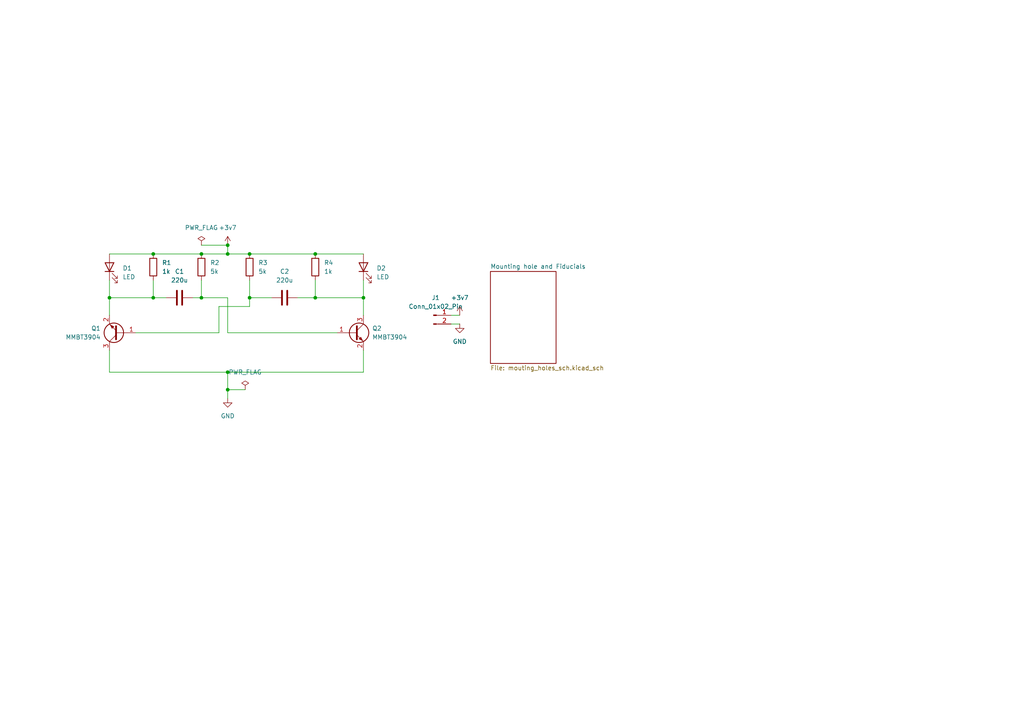
<source format=kicad_sch>
(kicad_sch (version 20250114) (generator "eeschema") (generator_version "9.0")
  (paper "A4")
  (title_block (title "Coursera PCB") (date "2025-05-24") (rev "v-1") (company "Md. Masum Biswas"))
  (lib_symbols
    (symbol "Connector:Conn_01x02_Pin" (pin_names (offset 1.016) (hide yes))
      (property "Reference" "J" (at 0 2.54 0))
      (property "Value" "Conn_01x02_Pin" (at 0 -5.08 0))
      (symbol "Conn_01x02_Pin_1_1"
        (rectangle (start 0.8636 0.127) (end 0 -0.127) (stroke (width 0.1524)) (fill (type outline)))
        (rectangle (start 0.8636 -2.413) (end 0 -2.667) (stroke (width 0.1524)) (fill (type outline)))
        (polyline (pts (xy 1.27 0) (xy 0.8636 0)) (stroke (width 0.1524)))
        (polyline (pts (xy 1.27 -2.54) (xy 0.8636 -2.54)) (stroke (width 0.1524)))
        (pin passive line (at 5.08 0 180) (length 3.81) (name "Pin_1") (number "1"))
        (pin passive line (at 5.08 -2.54 180) (length 3.81) (name "Pin_2") (number "2"))
      )
    )
    (symbol "Device:C" (pin_numbers (hide yes)) (pin_names (offset 0.254))
      (property "Reference" "C" (at 0.635 2.54 0))
      (property "Value" "C" (at 0.635 -2.54 0))
      (symbol "C_0_1"
        (polyline (pts (xy -2.032 0.762) (xy 2.032 0.762)) (stroke (width 0.508)))
        (polyline (pts (xy -2.032 -0.762) (xy 2.032 -0.762)) (stroke (width 0.508)))
      )
      (symbol "C_1_1"
        (pin passive line (at 0 3.81 270) (length 2.794) (name "~") (number "1"))
        (pin passive line (at 0 -3.81 90) (length 2.794) (name "~") (number "2"))
      )
    )
    (symbol "Device:LED" (pin_numbers (hide yes)) (pin_names (offset 1.016) (hide yes))
      (property "Reference" "D" (at 0 2.54 0))
      (property "Value" "LED" (at 0 -2.54 0))
      (symbol "LED_0_1"
        (polyline (pts (xy -3.048 -0.762) (xy -4.572 -2.286) (xy -3.81 -2.286) (xy -4.572 -2.286) (xy -4.572 -1.524)))
        (polyline (pts (xy -1.778 -0.762) (xy -3.302 -2.286) (xy -2.54 -2.286) (xy -3.302 -2.286) (xy -3.302 -1.524)))
        (polyline (pts (xy -1.27 0) (xy 1.27 0)))
        (polyline (pts (xy -1.27 -1.27) (xy -1.27 1.27)) (stroke (width 0.254)))
        (polyline (pts (xy 1.27 -1.27) (xy 1.27 1.27) (xy -1.27 0) (xy 1.27 -1.27)) (stroke (width 0.254)))
      )
      (symbol "LED_1_1"
        (pin passive line (at -3.81 0 0) (length 2.54) (name "K") (number "1"))
        (pin passive line (at 3.81 0 180) (length 2.54) (name "A") (number "2"))
      )
    )
    (symbol "Device:R" (pin_numbers (hide yes)) (pin_names (offset 0))
      (property "Reference" "R" (at 2.032 0 90))
      (property "Value" "R" (at 0 0 90))
      (symbol "R_0_1"
        (rectangle (start -1.016 -2.54) (end 1.016 2.54) (stroke (width 0.254)))
      )
      (symbol "R_1_1"
        (pin passive line (at 0 3.81 270) (length 1.27) (name "~") (number "1"))
        (pin passive line (at 0 -3.81 90) (length 1.27) (name "~") (number "2"))
      )
    )
    (symbol "Transistor_BJT:MMBT3904" (pin_names (offset 0) (hide yes))
      (property "Reference" "Q" (at 5.08 1.905 0))
      (property "Value" "MMBT3904" (at 5.08 0 0))
      (symbol "MMBT3904_0_1"
        (polyline (pts (xy -2.54 0) (xy 0.635 0)))
        (polyline (pts (xy 0.635 1.905) (xy 0.635 -1.905)) (stroke (width 0.508)))
        (circle (center 1.27 0) (radius 2.8194) (stroke (width 0.254)))
      )
      (symbol "MMBT3904_1_1"
        (polyline (pts (xy 0.635 0.635) (xy 2.54 2.54)))
        (polyline (pts (xy 0.635 -0.635) (xy 2.54 -2.54)))
        (polyline (pts (xy 1.27 -1.778) (xy 1.778 -1.27) (xy 2.286 -2.286) (xy 1.27 -1.778)) (fill (type outline)))
        (pin input line (at -5.08 0 0) (length 2.54) (name "B") (number "1"))
        (pin passive line (at 2.54 5.08 270) (length 2.54) (name "C") (number "3"))
        (pin passive line (at 2.54 -5.08 90) (length 2.54) (name "E") (number "2"))
      )
    )
    (symbol "power:+3.3V" (power) (pin_numbers (hide yes)) (pin_names (offset 0) (hide yes))
      (property "Value" "+3.3V" (at 0 3.556 0))
      (symbol "+3.3V_0_1"
        (polyline (pts (xy -0.762 1.27) (xy 0 2.54)))
        (polyline (pts (xy 0 2.54) (xy 0.762 1.27)))
        (polyline (pts (xy 0 0) (xy 0 2.54)))
      )
      (symbol "+3.3V_1_1"
        (pin power_in line (at 0 0 90) (length 0) (name "~") (number "1"))
      )
    )
    (symbol "power:GND" (power) (pin_numbers (hide yes)) (pin_names (offset 0) (hide yes))
      (property "Value" "GND" (at 0 -3.81 0))
      (symbol "GND_0_1"
        (polyline (pts (xy 0 0) (xy 0 -1.27) (xy 1.27 -1.27) (xy 0 -2.54) (xy -1.27 -1.27) (xy 0 -1.27)))
      )
      (symbol "GND_1_1"
        (pin power_in line (at 0 0 270) (length 0) (name "~") (number "1"))
      )
    )
    (symbol "power:PWR_FLAG" (power) (pin_numbers (hide yes)) (pin_names (offset 0) (hide yes))
      (property "Value" "PWR_FLAG" (at 0 3.81 0))
      (symbol "PWR_FLAG_0_0"
        (pin power_out line (at 0 0 90) (length 0) (name "~") (number "1"))
      )
      (symbol "PWR_FLAG_0_1"
        (polyline (pts (xy 0 0) (xy 0 1.27) (xy -1.016 1.905) (xy 0 2.54) (xy 1.016 1.905) (xy 0 1.27)))
      )
    )
  )
  (junction (at 31.75 86.36))
  (junction (at 58.42 86.36))
  (junction (at 58.42 73.66))
  (junction (at 91.44 73.66))
  (junction (at 66.04 73.66))
  (junction (at 66.04 113.03))
  (junction (at 72.39 73.66))
  (junction (at 44.45 86.36))
  (junction (at 72.39 86.36))
  (junction (at 66.04 71.12))
  (junction (at 91.44 86.36))
  (junction (at 66.04 107.95))
  (junction (at 105.41 86.36))
  (junction (at 44.45 73.66))
  (wire (pts (xy 66.04 113.03) (xy 71.12 113.03)))
  (wire (pts (xy 72.39 73.66) (xy 91.44 73.66)))
  (wire (pts (xy 58.42 71.12) (xy 66.04 71.12)))
  (wire (pts (xy 66.04 73.66) (xy 72.39 73.66)))
  (wire (pts (xy 44.45 73.66) (xy 58.42 73.66)))
  (wire (pts (xy 39.37 96.52) (xy 63.5 96.52)))
  (wire (pts (xy 63.5 88.9) (xy 72.39 88.9)))
  (wire (pts (xy 31.75 107.95) (xy 66.04 107.95)))
  (wire (pts (xy 66.04 71.12) (xy 66.04 73.66)))
  (wire (pts (xy 72.39 81.28) (xy 72.39 86.36)))
  (wire (pts (xy 31.75 101.6) (xy 31.75 107.95)))
  (wire (pts (xy 91.44 81.28) (xy 91.44 86.36)))
  (wire (pts (xy 58.42 73.66) (xy 66.04 73.66)))
  (wire (pts (xy 44.45 86.36) (xy 48.26 86.36)))
  (wire (pts (xy 31.75 81.28) (xy 31.75 86.36)))
  (wire (pts (xy 58.42 81.28) (xy 58.42 86.36)))
  (wire (pts (xy 105.41 86.36) (xy 105.41 91.44)))
  (wire (pts (xy 72.39 86.36) (xy 78.74 86.36)))
  (wire (pts (xy 91.44 73.66) (xy 105.41 73.66)))
  (wire (pts (xy 130.81 93.98) (xy 133.35 93.98)))
  (wire (pts (xy 44.45 81.28) (xy 44.45 86.36)))
  (wire (pts (xy 31.75 86.36) (xy 31.75 91.44)))
  (wire (pts (xy 66.04 107.95) (xy 105.41 107.95)))
  (wire (pts (xy 66.04 113.03) (xy 66.04 115.57)))
  (wire (pts (xy 63.5 96.52) (xy 63.5 88.9)))
  (wire (pts (xy 58.42 86.36) (xy 66.04 86.36)))
  (wire (pts (xy 72.39 86.36) (xy 72.39 88.9)))
  (wire (pts (xy 66.04 86.36) (xy 66.04 96.52)))
  (wire (pts (xy 91.44 86.36) (xy 105.41 86.36)))
  (wire (pts (xy 66.04 96.52) (xy 97.79 96.52)))
  (wire (pts (xy 105.41 107.95) (xy 105.41 101.6)))
  (wire (pts (xy 66.04 107.95) (xy 66.04 113.03)))
  (wire (pts (xy 105.41 81.28) (xy 105.41 86.36)))
  (wire (pts (xy 130.81 91.44) (xy 133.35 91.44)))
  (wire (pts (xy 55.88 86.36) (xy 58.42 86.36)))
  (wire (pts (xy 31.75 86.36) (xy 44.45 86.36)))
  (wire (pts (xy 31.75 73.66) (xy 44.45 73.66)))
  (wire (pts (xy 86.36 86.36) (xy 91.44 86.36)))
  (symbol (lib_id "Device:R") (at 72.39 77.47 0) (unit 1)
    (property "Reference" "R3" (at 74.93 76.1999 0) (effects (justify left)))
    (property "Value" "5k" (at 74.93 78.7399 0) (effects (justify left)))
    (property "Footprint" "Resistor_SMD:R_0805_2012Metric" (effects (hide yes)))
    (property "Description" "Resistor" (effects (hide yes)))
  )
  (symbol (lib_id "power:GND") (at 66.04 115.57 0) (unit 1)
    (property "Reference" "#PWR02" (effects (hide yes)))
    (property "Value" "GND" (at 66.04 120.65 0))
    (property "Description" "Power symbol creates a global label with name \"GND\" , ground" (effects (hide yes)))
  )
  (symbol (lib_id "Device:C") (at 82.55 86.36 90) (unit 1)
    (property "Reference" "C2" (at 82.55 78.74 90))
    (property "Value" "220u" (at 82.55 81.28 90))
    (property "Footprint" "Capacitor_SMD:C_0805_2012Metric" (effects (hide yes)))
    (property "Description" "Unpolarized capacitor" (effects (hide yes)))
  )
  (symbol (lib_id "Device:C") (at 52.07 86.36 90) (unit 1)
    (property "Reference" "C1" (at 52.07 78.74 90))
    (property "Value" "220u" (at 52.07 81.28 90))
    (property "Footprint" "Capacitor_SMD:C_0805_2012Metric" (effects (hide yes)))
    (property "Description" "Unpolarized capacitor" (effects (hide yes)))
  )
  (symbol (lib_id "Device:R") (at 58.42 77.47 0) (unit 1)
    (property "Reference" "R2" (at 60.96 76.1999 0) (effects (justify left)))
    (property "Value" "5k" (at 60.96 78.7399 0) (effects (justify left)))
    (property "Footprint" "Resistor_SMD:R_0805_2012Metric" (effects (hide yes)))
    (property "Description" "Resistor" (effects (hide yes)))
  )
  (symbol (lib_id "Transistor_BJT:MMBT3904") (at 102.87 96.52 0) (unit 1)
    (property "Reference" "Q2" (at 107.95 95.2499 0) (effects (justify left)))
    (property "Value" "MMBT3904" (at 107.95 97.7899 0) (effects (justify left)))
    (property "Footprint" "Package_TO_SOT_SMD:SOT-23" (effects (hide yes)))
    (property "Datasheet" "https://www.onsemi.com/pdf/datasheet/pzt3904-d.pdf" (effects (hide yes)))
    (property "Description" "0.2A Ic, 40V Vce, Small Signal NPN Transistor, SOT-23" (effects (hide yes)))
  )
  (symbol (lib_id "Device:R") (at 44.45 77.47 0) (unit 1)
    (property "Reference" "R1" (at 46.99 76.1999 0) (effects (justify left)))
    (property "Value" "1k" (at 46.99 78.7399 0) (effects (justify left)))
    (property "Footprint" "Resistor_SMD:R_0805_2012Metric" (effects (hide yes)))
    (property "Description" "Resistor" (effects (hide yes)))
  )
  (symbol (lib_id "Device:LED") (at 105.41 77.47 90) (unit 1)
    (property "Reference" "D2" (at 109.22 77.7874 90) (effects (justify right)))
    (property "Value" "LED" (at 109.22 80.3274 90) (effects (justify right)))
    (property "Footprint" "LED_SMD:LED_0805_2012Metric" (effects (hide yes)))
    (property "Description" "Light emitting diode" (effects (hide yes)))
    (property "Sim.Pins" "1=K 2=A" (effects (hide yes)))
  )
  (symbol (lib_id "Device:R") (at 91.44 77.47 0) (unit 1)
    (property "Reference" "R4" (at 93.98 76.1999 0) (effects (justify left)))
    (property "Value" "1k" (at 93.98 78.7399 0) (effects (justify left)))
    (property "Footprint" "Resistor_SMD:R_0805_2012Metric" (effects (hide yes)))
    (property "Description" "Resistor" (effects (hide yes)))
  )
  (symbol (lib_id "power:GND") (at 133.35 93.98 0) (unit 1)
    (property "Reference" "#PWR04" (effects (hide yes)))
    (property "Value" "GND" (at 133.35 99.06 0))
    (property "Description" "Power symbol creates a global label with name \"GND\" , ground" (effects (hide yes)))
  )
  (symbol (lib_id "power:PWR_FLAG") (at 71.12 113.03 0) (unit 1)
    (property "Reference" "#FLG02" (effects (hide yes)))
    (property "Value" "PWR_FLAG" (at 71.12 107.95 0))
    (property "Description" "Special symbol for telling ERC where power comes from" (effects (hide yes)))
  )
  (symbol (lib_id "power:+3.3V") (at 133.35 91.44 0) (unit 1)
    (property "Reference" "#PWR03" (effects (hide yes)))
    (property "Value" "+3v7" (at 133.35 86.36 0))
    (property "Description" "Power symbol creates a global label with name \"+3.3V\"" (effects (hide yes)))
  )
  (symbol (lib_id "Transistor_BJT:MMBT3904") (at 34.29 96.52 180) (unit 1)
    (property "Reference" "Q1" (at 29.21 95.2499 0) (effects (justify left)))
    (property "Value" "MMBT3904" (at 29.21 97.7899 0) (effects (justify left)))
    (property "Footprint" "Package_TO_SOT_SMD:SOT-23" (effects (hide yes)))
    (property "Datasheet" "https://www.onsemi.com/pdf/datasheet/pzt3904-d.pdf" (effects (hide yes)))
    (property "Description" "0.2A Ic, 40V Vce, Small Signal NPN Transistor, SOT-23" (effects (hide yes)))
  )
  (symbol (lib_id "Connector:Conn_01x02_Pin") (at 125.73 91.44 0) (unit 1)
    (property "Reference" "J1" (at 126.365 86.36 0))
    (property "Value" "Conn_01x02_Pin" (at 126.365 88.9 0))
    (property "Footprint" "Connector_PinHeader_1.27mm:PinHeader_1x02_P1.27mm_Vertical" (effects (hide yes)))
    (property "Description" "Generic connector, single row, 01x02, script generated" (effects (hide yes)))
  )
  (symbol (lib_id "power:PWR_FLAG") (at 58.42 71.12 0) (unit 1)
    (property "Reference" "#FLG01" (effects (hide yes)))
    (property "Value" "PWR_FLAG" (at 58.42 66.04 0))
    (property "Description" "Special symbol for telling ERC where power comes from" (effects (hide yes)))
  )
  (symbol (lib_id "Device:LED") (at 31.75 77.47 90) (unit 1)
    (property "Reference" "D1" (at 35.56 77.7874 90) (effects (justify right)))
    (property "Value" "LED" (at 35.56 80.3274 90) (effects (justify right)))
    (property "Footprint" "LED_SMD:LED_0805_2012Metric" (effects (hide yes)))
    (property "Description" "Light emitting diode" (effects (hide yes)))
    (property "Sim.Pins" "1=K 2=A" (effects (hide yes)))
  )
  (symbol (lib_id "power:+3.3V") (at 66.04 71.12 0) (unit 1)
    (property "Reference" "#PWR01" (effects (hide yes)))
    (property "Value" "+3v7" (at 66.04 66.04 0))
    (property "Description" "Power symbol creates a global label with name \"+3.3V\"" (effects (hide yes)))
  )
  (sheet (at 142.24 78.74) (size 19.05 26.67) (stroke (width 0.1524))
    (property "Sheetname" "Mounting hole and Fiducials" (at 142.24 78.0284 0) (effects (justify left bottom)))
    (property "Sheetfile" "mouting_holes_sch.kicad_sch" (at 142.24 105.9946 0) (effects (justify left top)))
  )
)
</source>
